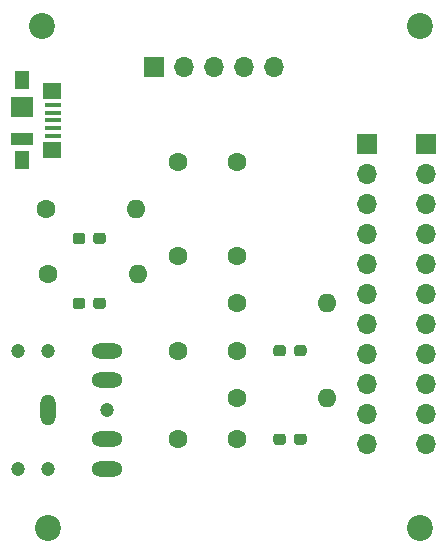
<source format=gts>
%TF.GenerationSoftware,KiCad,Pcbnew,(5.1.10)-1*%
%TF.CreationDate,2023-06-21T21:16:52+09:00*%
%TF.ProjectId,pokecom_cas_if,706f6b65-636f-46d5-9f63-61735f69662e,rev?*%
%TF.SameCoordinates,Original*%
%TF.FileFunction,Soldermask,Top*%
%TF.FilePolarity,Negative*%
%FSLAX46Y46*%
G04 Gerber Fmt 4.6, Leading zero omitted, Abs format (unit mm)*
G04 Created by KiCad (PCBNEW (5.1.10)-1) date 2023-06-21 21:16:52*
%MOMM*%
%LPD*%
G01*
G04 APERTURE LIST*
%ADD10O,1.600000X1.600000*%
%ADD11C,1.600000*%
%ADD12C,2.200000*%
%ADD13R,1.900000X1.000000*%
%ADD14R,1.900000X1.800000*%
%ADD15R,1.300000X1.650000*%
%ADD16R,1.550000X1.425000*%
%ADD17R,1.380000X0.450000*%
%ADD18O,1.700000X1.700000*%
%ADD19R,1.700000X1.700000*%
%ADD20C,1.200000*%
%ADD21O,2.616000X1.308000*%
%ADD22O,1.308000X2.616000*%
G04 APERTURE END LIST*
D10*
%TO.C,R8*%
X-343000000Y541000000D03*
D11*
X-350620000Y541000000D03*
%TD*%
D10*
%TO.C,R7*%
X-342880000Y535500000D03*
D11*
X-350500000Y535500000D03*
%TD*%
D10*
%TO.C,R6*%
X-326880000Y525000000D03*
D11*
X-334500000Y525000000D03*
%TD*%
D10*
%TO.C,R5*%
X-326880000Y533000000D03*
D11*
X-334500000Y533000000D03*
%TD*%
%TO.C,C4*%
X-334500000Y537000000D03*
X-339500000Y537000000D03*
%TD*%
%TO.C,C3*%
X-334500000Y521500000D03*
X-339500000Y521500000D03*
%TD*%
%TO.C,C2*%
X-334500000Y529000000D03*
X-339500000Y529000000D03*
%TD*%
%TO.C,C1*%
X-334500000Y545000000D03*
X-339500000Y545000000D03*
%TD*%
D12*
%TO.C,*%
X-319000000Y514000000D03*
%TD*%
%TO.C,*%
X-350500000Y514000000D03*
%TD*%
%TO.C,*%
X-351000000Y556500000D03*
%TD*%
%TO.C,*%
X-319000000Y556500000D03*
%TD*%
D13*
%TO.C,J5*%
X-352700000Y546950000D03*
D14*
X-352700000Y549650000D03*
D15*
X-352700000Y545125000D03*
X-352700000Y551875000D03*
D16*
X-350125000Y546012500D03*
X-350125000Y550987500D03*
D17*
X-350040000Y547200000D03*
X-350040000Y547850000D03*
X-350040000Y548500000D03*
X-350040000Y549150000D03*
X-350040000Y549800000D03*
%TD*%
D18*
%TO.C,J1*%
X-318500000Y521100000D03*
X-318500000Y523640000D03*
X-318500000Y526180000D03*
X-318500000Y528720000D03*
X-318500000Y531260000D03*
X-318500000Y533800000D03*
X-318500000Y536340000D03*
X-318500000Y538880000D03*
X-318500000Y541420000D03*
X-318500000Y543960000D03*
D19*
X-318500000Y546500000D03*
%TD*%
D18*
%TO.C,J2*%
X-323500000Y521100000D03*
X-323500000Y523640000D03*
X-323500000Y526180000D03*
X-323500000Y528720000D03*
X-323500000Y531260000D03*
X-323500000Y533800000D03*
X-323500000Y536340000D03*
X-323500000Y538880000D03*
X-323500000Y541420000D03*
X-323500000Y543960000D03*
D19*
X-323500000Y546500000D03*
%TD*%
D18*
%TO.C,J3*%
X-331340000Y553000000D03*
X-333880000Y553000000D03*
X-336420000Y553000000D03*
X-338960000Y553000000D03*
D19*
X-341500000Y553000000D03*
%TD*%
D20*
%TO.C,J4*%
X-350500000Y519000000D03*
X-353000000Y519000000D03*
X-345500000Y524000000D03*
X-350500000Y529000000D03*
X-353000000Y529000000D03*
D21*
X-345500000Y529000000D03*
X-345500000Y526500000D03*
X-345500000Y521500000D03*
X-345500000Y519000000D03*
D22*
X-350500000Y524000000D03*
%TD*%
%TO.C,R1*%
G36*
G01*
X-329650000Y528762500D02*
X-329650000Y529237500D01*
G75*
G02*
X-329412500Y529475000I237500J0D01*
G01*
X-328837500Y529475000D01*
G75*
G02*
X-328600000Y529237500I0J-237500D01*
G01*
X-328600000Y528762500D01*
G75*
G02*
X-328837500Y528525000I-237500J0D01*
G01*
X-329412500Y528525000D01*
G75*
G02*
X-329650000Y528762500I0J237500D01*
G01*
G37*
G36*
G01*
X-331400000Y528762500D02*
X-331400000Y529237500D01*
G75*
G02*
X-331162500Y529475000I237500J0D01*
G01*
X-330587500Y529475000D01*
G75*
G02*
X-330350000Y529237500I0J-237500D01*
G01*
X-330350000Y528762500D01*
G75*
G02*
X-330587500Y528525000I-237500J0D01*
G01*
X-331162500Y528525000D01*
G75*
G02*
X-331400000Y528762500I0J237500D01*
G01*
G37*
%TD*%
%TO.C,R2*%
G36*
G01*
X-331400000Y521262500D02*
X-331400000Y521737500D01*
G75*
G02*
X-331162500Y521975000I237500J0D01*
G01*
X-330587500Y521975000D01*
G75*
G02*
X-330350000Y521737500I0J-237500D01*
G01*
X-330350000Y521262500D01*
G75*
G02*
X-330587500Y521025000I-237500J0D01*
G01*
X-331162500Y521025000D01*
G75*
G02*
X-331400000Y521262500I0J237500D01*
G01*
G37*
G36*
G01*
X-329650000Y521262500D02*
X-329650000Y521737500D01*
G75*
G02*
X-329412500Y521975000I237500J0D01*
G01*
X-328837500Y521975000D01*
G75*
G02*
X-328600000Y521737500I0J-237500D01*
G01*
X-328600000Y521262500D01*
G75*
G02*
X-328837500Y521025000I-237500J0D01*
G01*
X-329412500Y521025000D01*
G75*
G02*
X-329650000Y521262500I0J237500D01*
G01*
G37*
%TD*%
%TO.C,R3*%
G36*
G01*
X-347350000Y533237500D02*
X-347350000Y532762500D01*
G75*
G02*
X-347587500Y532525000I-237500J0D01*
G01*
X-348162500Y532525000D01*
G75*
G02*
X-348400000Y532762500I0J237500D01*
G01*
X-348400000Y533237500D01*
G75*
G02*
X-348162500Y533475000I237500J0D01*
G01*
X-347587500Y533475000D01*
G75*
G02*
X-347350000Y533237500I0J-237500D01*
G01*
G37*
G36*
G01*
X-345600000Y533237500D02*
X-345600000Y532762500D01*
G75*
G02*
X-345837500Y532525000I-237500J0D01*
G01*
X-346412500Y532525000D01*
G75*
G02*
X-346650000Y532762500I0J237500D01*
G01*
X-346650000Y533237500D01*
G75*
G02*
X-346412500Y533475000I237500J0D01*
G01*
X-345837500Y533475000D01*
G75*
G02*
X-345600000Y533237500I0J-237500D01*
G01*
G37*
%TD*%
%TO.C,R4*%
G36*
G01*
X-345600000Y538737500D02*
X-345600000Y538262500D01*
G75*
G02*
X-345837500Y538025000I-237500J0D01*
G01*
X-346412500Y538025000D01*
G75*
G02*
X-346650000Y538262500I0J237500D01*
G01*
X-346650000Y538737500D01*
G75*
G02*
X-346412500Y538975000I237500J0D01*
G01*
X-345837500Y538975000D01*
G75*
G02*
X-345600000Y538737500I0J-237500D01*
G01*
G37*
G36*
G01*
X-347350000Y538737500D02*
X-347350000Y538262500D01*
G75*
G02*
X-347587500Y538025000I-237500J0D01*
G01*
X-348162500Y538025000D01*
G75*
G02*
X-348400000Y538262500I0J237500D01*
G01*
X-348400000Y538737500D01*
G75*
G02*
X-348162500Y538975000I237500J0D01*
G01*
X-347587500Y538975000D01*
G75*
G02*
X-347350000Y538737500I0J-237500D01*
G01*
G37*
%TD*%
M02*

</source>
